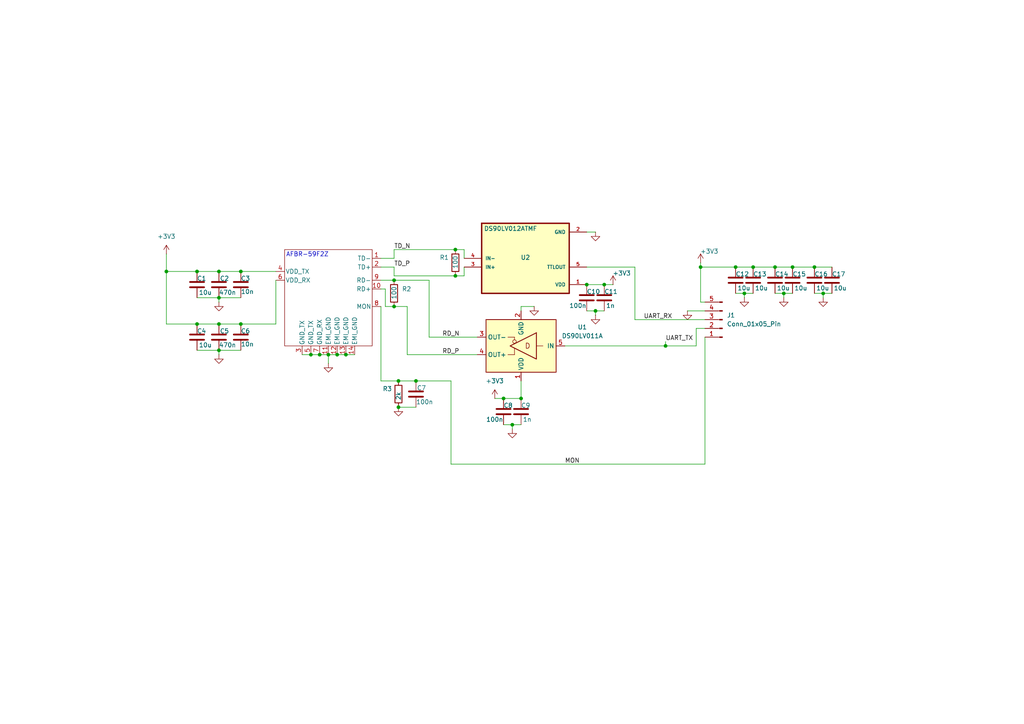
<source format=kicad_sch>
(kicad_sch (version 20250114) (generator "eeschema") (generator_version "9.0")
  (paper "A4")
  (title_block (title "Optical Transceiver") (date "2025-09-19") (rev "0"))
  (lib_symbols
    (symbol "0_lib:AFBR-59F2Z" (pin_names (offset 0.254))
      (symbol "AFBR-59F2Z_1_1"
        (rectangle (start -12.7 8.89) (end 12.7 -19.05))
        (pin input line (at -15.24 2.54 0) (length 2.54) (name "VDD_TX") (number "4"))
        (pin input line (at -15.24 0 0) (length 2.54) (name "VDD_RX") (number "6"))
        (pin input line (at -7.62 -21.59 90) (length 2.54) (name "GND_TX") (number "3"))
        (pin input line (at -5.08 -21.59 90) (length 2.54) (name "GND_TX") (number "5"))
        (pin input line (at -2.54 -21.59 90) (length 2.54) (name "GND_RX") (number "7"))
        (pin input line (at 0 -21.59 90) (length 2.54) (name "EMI_GND") (number "11"))
        (pin input line (at 2.54 -21.59 90) (length 2.54) (name "EMI_GND") (number "12"))
        (pin input line (at 5.08 -21.59 90) (length 2.54) (name "EMI_GND") (number "13"))
        (pin input line (at 7.62 -21.59 90) (length 2.54) (name "EMI_GND") (number "14"))
        (pin input line (at 15.24 6.35 180) (length 2.54) (name "TD-") (number "1"))
        (pin input line (at 15.24 3.81 180) (length 2.54) (name "TD+") (number "2"))
        (pin input line (at 15.24 0 180) (length 2.54) (name "RD-") (number "9"))
        (pin input line (at 15.24 -2.54 180) (length 2.54) (name "RD+") (number "10"))
        (pin input line (at 15.24 -7.62 180) (length 2.54) (name "MON") (number "8"))
      )
    )
    (symbol "0_lib:DS90LV012ATMF" (pin_names (offset 1.016))
      (property "Reference" "U" (at -12.7 11.16 0))
      (property "Value" "DS90LV012ATMF" (at -12.7 -14.16 0))
      (symbol "DS90LV012ATMF_0_0"
        (rectangle (start -12.7 -10.16) (end 12.7 10.16) (stroke (width 0.41)) (fill (type background)))
        (pin input line (at -17.78 2.54 0) (length 5.08) (name "IN+") (number "3"))
        (pin input line (at -17.78 0 0) (length 5.08) (name "IN-") (number "4"))
        (pin power_in line (at 17.78 7.62 180) (length 5.08) (name "VDD") (number "1"))
        (pin output line (at 17.78 2.54 180) (length 5.08) (name "TTLOUT") (number "5"))
        (pin power_in line (at 17.78 -7.62 180) (length 5.08) (name "GND") (number "2"))
      )
    )
    (symbol "Connector:Conn_01x05_Pin" (pin_names (offset 1.016) (hide yes))
      (property "Reference" "J" (at 0 7.62 0))
      (property "Value" "Conn_01x05_Pin" (at 0 -7.62 0))
      (symbol "Conn_01x05_Pin_1_1"
        (rectangle (start 0.8636 5.207) (end 0 4.953) (stroke (width 0.1524)) (fill (type outline)))
        (rectangle (start 0.8636 2.667) (end 0 2.413) (stroke (width 0.1524)) (fill (type outline)))
        (rectangle (start 0.8636 0.127) (end 0 -0.127) (stroke (width 0.1524)) (fill (type outline)))
        (rectangle (start 0.8636 -2.413) (end 0 -2.667) (stroke (width 0.1524)) (fill (type outline)))
        (rectangle (start 0.8636 -4.953) (end 0 -5.207) (stroke (width 0.1524)) (fill (type outline)))
        (polyline (pts (xy 1.27 5.08) (xy 0.8636 5.08)) (stroke (width 0.1524)))
        (polyline (pts (xy 1.27 2.54) (xy 0.8636 2.54)) (stroke (width 0.1524)))
        (polyline (pts (xy 1.27 0) (xy 0.8636 0)) (stroke (width 0.1524)))
        (polyline (pts (xy 1.27 -2.54) (xy 0.8636 -2.54)) (stroke (width 0.1524)))
        (polyline (pts (xy 1.27 -5.08) (xy 0.8636 -5.08)) (stroke (width 0.1524)))
        (pin passive line (at 5.08 5.08 180) (length 3.81) (name "Pin_1") (number "1"))
        (pin passive line (at 5.08 2.54 180) (length 3.81) (name "Pin_2") (number "2"))
        (pin passive line (at 5.08 0 180) (length 3.81) (name "Pin_3") (number "3"))
        (pin passive line (at 5.08 -2.54 180) (length 3.81) (name "Pin_4") (number "4"))
        (pin passive line (at 5.08 -5.08 180) (length 3.81) (name "Pin_5") (number "5"))
      )
    )
    (symbol "Device:C" (pin_numbers (hide yes)) (pin_names (offset 0.254))
      (property "Reference" "C" (at 0.635 2.54 0))
      (property "Value" "C" (at 0.635 -2.54 0))
      (symbol "C_0_1"
        (polyline (pts (xy -2.032 0.762) (xy 2.032 0.762)) (stroke (width 0.508)))
        (polyline (pts (xy -2.032 -0.762) (xy 2.032 -0.762)) (stroke (width 0.508)))
      )
      (symbol "C_1_1"
        (pin passive line (at 0 3.81 270) (length 2.794) (name "~") (number "1"))
        (pin passive line (at 0 -3.81 90) (length 2.794) (name "~") (number "2"))
      )
    )
    (symbol "Device:R" (pin_numbers (hide yes)) (pin_names (offset 0))
      (property "Reference" "R" (at 2.032 0 90))
      (property "Value" "R" (at 0 0 90))
      (symbol "R_0_1"
        (rectangle (start -1.016 -2.54) (end 1.016 2.54) (stroke (width 0.254)))
      )
      (symbol "R_1_1"
        (pin passive line (at 0 3.81 270) (length 1.27) (name "~") (number "1"))
        (pin passive line (at 0 -3.81 90) (length 1.27) (name "~") (number "2"))
      )
    )
    (symbol "Interface:DS90LV011A"
      (property "Reference" "U" (at -8.89 8.89 0))
      (property "Value" "DS90LV011A" (at 1.27 8.89 0))
      (symbol "DS90LV011A_1_0"
        (rectangle (start -10.16 7.62) (end 10.16 -7.62) (stroke (width 0.254)) (fill (type background)))
        (polyline (pts (xy 1.905 0.635) (xy 1.905 2.54)))
        (circle (center 1.905 -1.27) (radius 0.508))
        (polyline (pts (xy 1.905 -1.778) (xy 1.905 -2.54)))
        (text "D" (at -1.905 0 0) (effects (font (size 1.524 1.524))))
      )
      (symbol "DS90LV011A_1_1"
        (polyline (pts (xy -6.35 0) (xy -4.445 0)))
        (polyline (pts (xy -4.445 -3.81) (xy -4.445 3.81) (xy 3.175 0) (xy -4.445 -3.81)) (stroke (width 0.254)))
        (polyline (pts (xy 1.905 -2.54) (xy 3.81 -2.54)))
        (polyline (pts (xy 3.81 2.54) (xy 1.905 2.54)))
        (pin input line (at -12.7 0 0) (length 2.54) (name "IN") (number "5"))
        (pin power_in line (at 0 10.16 270) (length 2.54) (name "VDD") (number "1"))
        (pin power_in line (at 0 -10.16 90) (length 2.54) (name "GND") (number "2"))
        (pin output line (at 12.7 2.54 180) (length 2.54) (name "OUT+") (number "4"))
        (pin output line (at 12.7 -2.54 180) (length 2.54) (name "OUT-") (number "3"))
      )
    )
    (symbol "power:+3V3" (power) (pin_numbers (hide yes)) (pin_names (offset 0) (hide yes))
      (property "Value" "+3V3" (at 0 3.556 0))
      (symbol "+3V3_0_1"
        (polyline (pts (xy -0.762 1.27) (xy 0 2.54)))
        (polyline (pts (xy 0 2.54) (xy 0.762 1.27)))
        (polyline (pts (xy 0 0) (xy 0 2.54)))
      )
      (symbol "+3V3_1_1"
        (pin power_in line (at 0 0 90) (length 0) (name "~") (number "1"))
      )
    )
    (symbol "power:GND" (power) (pin_numbers (hide yes)) (pin_names (offset 0) (hide yes))
      (property "Value" "GND" (at 0 -3.81 0))
      (symbol "GND_0_1"
        (polyline (pts (xy 0 0) (xy 0 -1.27) (xy 1.27 -1.27) (xy 0 -2.54) (xy -1.27 -1.27) (xy 0 -1.27)))
      )
      (symbol "GND_1_1"
        (pin power_in line (at 0 0 270) (length 0) (name "~") (number "1"))
      )
    )
  )
  (text "AFBR-59F2Z" (at 89.154 73.914 0) (effects (font (size 1.27 1.27))))
  (junction (at 57.15 93.98))
  (junction (at 69.85 78.74))
  (junction (at 114.3 81.28))
  (junction (at 120.65 110.49))
  (junction (at 227.33 85.09))
  (junction (at 229.87 77.47))
  (junction (at 218.44 77.47))
  (junction (at 238.76 85.09))
  (junction (at 115.57 118.11))
  (junction (at 100.33 102.87))
  (junction (at 213.36 77.47))
  (junction (at 236.22 77.47))
  (junction (at 95.25 102.87))
  (junction (at 146.05 115.57))
  (junction (at 224.79 77.47))
  (junction (at 90.17 102.87))
  (junction (at 63.5 101.6))
  (junction (at 148.59 123.19))
  (junction (at 63.5 86.36))
  (junction (at 57.15 78.74))
  (junction (at 175.26 82.55))
  (junction (at 92.71 102.87))
  (junction (at 215.9 85.09))
  (junction (at 193.04 100.33))
  (junction (at 48.26 78.74))
  (junction (at 69.85 93.98))
  (junction (at 132.08 80.01))
  (junction (at 63.5 78.74))
  (junction (at 151.13 115.57))
  (junction (at 63.5 93.98))
  (junction (at 115.57 110.49))
  (junction (at 172.72 90.17))
  (junction (at 203.2 77.47))
  (junction (at 114.3 88.9))
  (junction (at 132.08 72.39))
  (junction (at 170.18 82.55))
  (junction (at 97.79 102.87))
  (wire (pts (xy 69.85 78.74) (xy 80.01 78.74)))
  (wire (pts (xy 203.2 87.63) (xy 203.2 77.47)))
  (wire (pts (xy 63.5 93.98) (xy 69.85 93.98)))
  (wire (pts (xy 120.65 110.49) (xy 130.81 110.49)))
  (wire (pts (xy 201.93 95.25) (xy 204.47 95.25)))
  (wire (pts (xy 163.83 100.33) (xy 193.04 100.33)))
  (wire (pts (xy 110.49 74.93) (xy 114.3 74.93)))
  (wire (pts (xy 148.59 123.19) (xy 148.59 124.46)))
  (wire (pts (xy 134.62 77.47) (xy 134.62 80.01)))
  (wire (pts (xy 238.76 85.09) (xy 241.3 85.09)))
  (wire (pts (xy 148.59 123.19) (xy 151.13 123.19)))
  (wire (pts (xy 201.93 100.33) (xy 201.93 95.25)))
  (wire (pts (xy 184.15 92.71) (xy 204.47 92.71)))
  (wire (pts (xy 170.18 77.47) (xy 184.15 77.47)))
  (wire (pts (xy 146.05 123.19) (xy 148.59 123.19)))
  (wire (pts (xy 215.9 85.09) (xy 215.9 86.36)))
  (wire (pts (xy 111.76 88.9) (xy 114.3 88.9)))
  (wire (pts (xy 114.3 74.93) (xy 114.3 72.39)))
  (wire (pts (xy 92.71 102.87) (xy 95.25 102.87)))
  (wire (pts (xy 90.17 102.87) (xy 92.71 102.87)))
  (wire (pts (xy 132.08 80.01) (xy 134.62 80.01)))
  (wire (pts (xy 215.9 85.09) (xy 218.44 85.09)))
  (wire (pts (xy 124.46 97.79) (xy 124.46 81.28)))
  (wire (pts (xy 110.49 77.47) (xy 114.3 77.47)))
  (wire (pts (xy 241.3 77.47) (xy 236.22 77.47)))
  (wire (pts (xy 69.85 93.98) (xy 80.01 93.98)))
  (wire (pts (xy 151.13 90.17) (xy 151.13 88.9)))
  (wire (pts (xy 138.43 97.79) (xy 124.46 97.79)))
  (wire (pts (xy 57.15 86.36) (xy 63.5 86.36)))
  (wire (pts (xy 134.62 74.93) (xy 134.62 72.39)))
  (wire (pts (xy 87.63 102.87) (xy 90.17 102.87)))
  (wire (pts (xy 203.2 77.47) (xy 213.36 77.47)))
  (wire (pts (xy 48.26 78.74) (xy 57.15 78.74)))
  (wire (pts (xy 118.11 102.87) (xy 118.11 88.9)))
  (wire (pts (xy 199.39 90.17) (xy 204.47 90.17)))
  (wire (pts (xy 114.3 81.28) (xy 124.46 81.28)))
  (wire (pts (xy 151.13 115.57) (xy 146.05 115.57)))
  (wire (pts (xy 115.57 110.49) (xy 120.65 110.49)))
  (wire (pts (xy 110.49 110.49) (xy 115.57 110.49)))
  (wire (pts (xy 193.04 99.06) (xy 193.04 100.33)))
  (wire (pts (xy 170.18 82.55) (xy 175.26 82.55)))
  (wire (pts (xy 114.3 72.39) (xy 132.08 72.39)))
  (wire (pts (xy 146.05 115.57) (xy 143.51 115.57)))
  (wire (pts (xy 114.3 88.9) (xy 118.11 88.9)))
  (wire (pts (xy 224.79 85.09) (xy 227.33 85.09)))
  (wire (pts (xy 172.72 90.17) (xy 175.26 90.17)))
  (wire (pts (xy 63.5 78.74) (xy 69.85 78.74)))
  (wire (pts (xy 48.26 73.66) (xy 48.26 78.74)))
  (wire (pts (xy 227.33 85.09) (xy 229.87 85.09)))
  (wire (pts (xy 130.81 110.49) (xy 130.81 134.62)))
  (wire (pts (xy 218.44 77.47) (xy 224.79 77.47)))
  (wire (pts (xy 63.5 86.36) (xy 63.5 87.63)))
  (wire (pts (xy 229.87 77.47) (xy 236.22 77.47)))
  (wire (pts (xy 95.25 102.87) (xy 97.79 102.87)))
  (wire (pts (xy 57.15 93.98) (xy 48.26 93.98)))
  (wire (pts (xy 203.2 77.47) (xy 203.2 76.2)))
  (wire (pts (xy 97.79 102.87) (xy 100.33 102.87)))
  (wire (pts (xy 184.15 77.47) (xy 184.15 92.71)))
  (wire (pts (xy 80.01 81.28) (xy 80.01 93.98)))
  (wire (pts (xy 204.47 134.62) (xy 204.47 97.79)))
  (wire (pts (xy 236.22 85.09) (xy 238.76 85.09)))
  (wire (pts (xy 100.33 102.87) (xy 102.87 102.87)))
  (wire (pts (xy 130.81 134.62) (xy 204.47 134.62)))
  (wire (pts (xy 63.5 101.6) (xy 63.5 102.87)))
  (wire (pts (xy 151.13 110.49) (xy 151.13 115.57)))
  (wire (pts (xy 170.18 90.17) (xy 172.72 90.17)))
  (wire (pts (xy 134.62 72.39) (xy 132.08 72.39)))
  (wire (pts (xy 170.18 67.31) (xy 172.72 67.31)))
  (wire (pts (xy 213.36 77.47) (xy 218.44 77.47)))
  (wire (pts (xy 213.36 85.09) (xy 215.9 85.09)))
  (wire (pts (xy 110.49 81.28) (xy 114.3 81.28)))
  (wire (pts (xy 204.47 87.63) (xy 203.2 87.63)))
  (wire (pts (xy 193.04 100.33) (xy 201.93 100.33)))
  (wire (pts (xy 115.57 118.11) (xy 120.65 118.11)))
  (wire (pts (xy 175.26 82.55) (xy 177.8 82.55)))
  (wire (pts (xy 114.3 77.47) (xy 114.3 80.01)))
  (wire (pts (xy 63.5 86.36) (xy 69.85 86.36)))
  (wire (pts (xy 95.25 102.87) (xy 95.25 105.41)))
  (wire (pts (xy 57.15 93.98) (xy 63.5 93.98)))
  (wire (pts (xy 110.49 88.9) (xy 110.49 110.49)))
  (wire (pts (xy 63.5 101.6) (xy 69.85 101.6)))
  (wire (pts (xy 238.76 85.09) (xy 238.76 86.36)))
  (wire (pts (xy 138.43 102.87) (xy 118.11 102.87)))
  (wire (pts (xy 57.15 78.74) (xy 63.5 78.74)))
  (wire (pts (xy 172.72 90.17) (xy 172.72 91.44)))
  (wire (pts (xy 227.33 85.09) (xy 227.33 86.36)))
  (wire (pts (xy 48.26 93.98) (xy 48.26 78.74)))
  (wire (pts (xy 114.3 80.01) (xy 132.08 80.01)))
  (wire (pts (xy 110.49 83.82) (xy 111.76 83.82)))
  (wire (pts (xy 151.13 88.9) (xy 154.94 88.9)))
  (wire (pts (xy 57.15 101.6) (xy 63.5 101.6)))
  (wire (pts (xy 111.76 83.82) (xy 111.76 88.9)))
  (wire (pts (xy 224.79 77.47) (xy 229.87 77.47)))
  (label "MON" (at 163.83 134.62 0))
  (label "TD_N" (at 114.3 72.39 0))
  (label "RD_P" (at 128.27 102.87 0))
  (label "TD_P" (at 114.3 77.47 0))
  (label "UART_RX" (at 186.69 92.71 0))
  (label "UART_TX" (at 193.04 99.06 0))
  (label "RD_N" (at 128.27 97.79 0))
  (symbol (lib_id "Device:R") (at 114.3 85.09 0) (unit 1)
    (property "Reference" "R2" (at 116.586 83.82 0) (effects (justify left)))
    (property "Value" "100" (at 114.3 86.868 90) (effects (justify left)))
    (property "Footprint" "Resistor_SMD:R_0603_1608Metric" (effects (hide yes)))
    (property "Description" "Resistor" (effects (hide yes)))
  )
  (symbol (lib_id "power:GND") (at 95.25 105.41 0) (unit 1)
    (property "Reference" "#PWR01" (effects (hide yes)))
    (property "Value" "GND" (effects (hide yes)))
    (property "Description" "Power symbol creates a global label with name \"GND\" , ground" (effects (hide yes)))
  )
  (symbol (lib_id "Device:C") (at 175.26 86.36 0) (unit 1)
    (property "Reference" "C11" (at 175.26 84.582 0) (effects (justify left)))
    (property "Value" "1n" (at 175.768 88.646 0) (effects (justify left)))
    (property "Footprint" "Capacitor_SMD:C_0603_1608Metric" (effects (hide yes)))
    (property "Description" "Unpolarized capacitor" (effects (hide yes)))
  )
  (symbol (lib_id "Device:C") (at 57.15 97.79 0) (unit 1)
    (property "Reference" "C4" (at 57.15 96.012 0) (effects (justify left)))
    (property "Value" "10u" (at 57.658 100.076 0) (effects (justify left)))
    (property "Footprint" "Capacitor_SMD:C_0603_1608Metric" (effects (hide yes)))
    (property "Description" "Unpolarized capacitor" (effects (hide yes)))
  )
  (symbol (lib_id "Device:C") (at 151.13 119.38 0) (unit 1)
    (property "Reference" "C9" (at 151.13 117.602 0) (effects (justify left)))
    (property "Value" "1n" (at 151.638 121.666 0) (effects (justify left)))
    (property "Footprint" "Capacitor_SMD:C_0603_1608Metric" (effects (hide yes)))
    (property "Description" "Unpolarized capacitor" (effects (hide yes)))
  )
  (symbol (lib_id "power:GND") (at 115.57 118.11 0) (unit 1)
    (property "Reference" "#PWR09" (effects (hide yes)))
    (property "Value" "GND" (effects (hide yes)))
    (property "Description" "Power symbol creates a global label with name \"GND\" , ground" (effects (hide yes)))
  )
  (symbol (lib_id "Interface:DS90LV011A") (at 151.13 100.33 180) (unit 1)
    (property "Reference" "U1" (at 168.91 94.8846 0))
    (property "Value" "DS90LV011A" (at 168.91 97.4246 0))
    (property "Footprint" "Package_TO_SOT_SMD:SOT-23-5" (effects (hide yes)))
    (property "Datasheet" "http://www.ti.com/lit/ds/symlink/ds90lv011a.pdf" (effects (hide yes)))
    (property "Description" "LVDS Single High Speed Differential Driver, 400Mbps, SOT-23-5" (effects (hide yes)))
  )
  (symbol (lib_id "power:GND") (at 227.33 86.36 0) (unit 1)
    (property "Reference" "#PWR015" (effects (hide yes)))
    (property "Value" "GND" (effects (hide yes)))
    (property "Description" "Power symbol creates a global label with name \"GND\" , ground" (effects (hide yes)))
  )
  (symbol (lib_id "Device:C") (at 69.85 97.79 0) (unit 1)
    (property "Reference" "C6" (at 69.85 96.012 0) (effects (justify left)))
    (property "Value" "10n" (at 69.85 99.822 0) (effects (justify left)))
    (property "Footprint" "Capacitor_SMD:C_0603_1608Metric" (effects (hide yes)))
    (property "Description" "Unpolarized capacitor" (effects (hide yes)))
  )
  (symbol (lib_id "power:+3V3") (at 48.26 73.66 0) (unit 1)
    (property "Reference" "#PWR02" (effects (hide yes)))
    (property "Value" "+3V3" (at 48.26 68.58 0))
    (property "Description" "Power symbol creates a global label with name \"+3V3\"" (effects (hide yes)))
  )
  (symbol (lib_id "power:GND") (at 172.72 67.31 0) (unit 1)
    (property "Reference" "#PWR06" (effects (hide yes)))
    (property "Value" "GND" (effects (hide yes)))
    (property "Description" "Power symbol creates a global label with name \"GND\" , ground" (effects (hide yes)))
  )
  (symbol (lib_id "power:GND") (at 215.9 86.36 0) (unit 1)
    (property "Reference" "#PWR014" (effects (hide yes)))
    (property "Value" "GND" (effects (hide yes)))
    (property "Description" "Power symbol creates a global label with name \"GND\" , ground" (effects (hide yes)))
  )
  (symbol (lib_id "Connector:Conn_01x05_Pin") (at 209.55 92.71 180) (unit 1)
    (property "Reference" "J1" (at 210.82 91.4399 0) (effects (justify right)))
    (property "Value" "Conn_01x05_Pin" (at 210.82 93.9799 0) (effects (justify right)))
    (property "Footprint" "Connector_PinHeader_2.54mm:PinHeader_1x05_P2.54mm_Vertical" (effects (hide yes)))
    (property "Description" "Generic connector, single row, 01x05, script generated" (effects (hide yes)))
  )
  (symbol (lib_id "power:GND") (at 238.76 86.36 0) (unit 1)
    (property "Reference" "#PWR016" (effects (hide yes)))
    (property "Value" "GND" (effects (hide yes)))
    (property "Description" "Power symbol creates a global label with name \"GND\" , ground" (effects (hide yes)))
  )
  (symbol (lib_id "Device:C") (at 120.65 114.3 0) (unit 1)
    (property "Reference" "C7" (at 120.904 112.522 0) (effects (justify left)))
    (property "Value" "100n" (at 120.65 116.586 0) (effects (justify left)))
    (property "Footprint" "Capacitor_SMD:C_0603_1608Metric" (effects (hide yes)))
    (property "Description" "Unpolarized capacitor" (effects (hide yes)))
  )
  (symbol (lib_id "power:GND") (at 63.5 87.63 0) (unit 1)
    (property "Reference" "#PWR07" (effects (hide yes)))
    (property "Value" "GND" (effects (hide yes)))
    (property "Description" "Power symbol creates a global label with name \"GND\" , ground" (effects (hide yes)))
  )
  (symbol (lib_id "Device:C") (at 218.44 81.28 0) (unit 1)
    (property "Reference" "C13" (at 218.44 79.502 0) (effects (justify left)))
    (property "Value" "10u" (at 218.948 83.566 0) (effects (justify left)))
    (property "Footprint" "Capacitor_SMD:C_0603_1608Metric" (effects (hide yes)))
    (property "Description" "Unpolarized capacitor" (effects (hide yes)))
  )
  (symbol (lib_id "power:GND") (at 63.5 102.87 0) (unit 1)
    (property "Reference" "#PWR08" (effects (hide yes)))
    (property "Value" "GND" (effects (hide yes)))
    (property "Description" "Power symbol creates a global label with name \"GND\" , ground" (effects (hide yes)))
  )
  (symbol (lib_id "Device:C") (at 146.05 119.38 0) (unit 1)
    (property "Reference" "C8" (at 146.05 117.602 0) (effects (justify left)))
    (property "Value" "100n" (at 140.97 121.666 0) (effects (justify left)))
    (property "Footprint" "Capacitor_SMD:C_0603_1608Metric" (effects (hide yes)))
    (property "Description" "Unpolarized capacitor" (effects (hide yes)))
  )
  (symbol (lib_id "Device:C") (at 213.36 81.28 0) (unit 1)
    (property "Reference" "C12" (at 213.36 79.502 0) (effects (justify left)))
    (property "Value" "10u" (at 213.868 83.566 0) (effects (justify left)))
    (property "Footprint" "Capacitor_SMD:C_0603_1608Metric" (effects (hide yes)))
    (property "Description" "Unpolarized capacitor" (effects (hide yes)))
  )
  (symbol (lib_id "Device:C") (at 229.87 81.28 0) (unit 1)
    (property "Reference" "C15" (at 229.87 79.502 0) (effects (justify left)))
    (property "Value" "10u" (at 230.378 83.566 0) (effects (justify left)))
    (property "Footprint" "Capacitor_SMD:C_0603_1608Metric" (effects (hide yes)))
    (property "Description" "Unpolarized capacitor" (effects (hide yes)))
  )
  (symbol (lib_id "power:GND") (at 172.72 91.44 0) (unit 1)
    (property "Reference" "#PWR013" (effects (hide yes)))
    (property "Value" "GND" (effects (hide yes)))
    (property "Description" "Power symbol creates a global label with name \"GND\" , ground" (effects (hide yes)))
  )
  (symbol (lib_id "Device:C") (at 63.5 97.79 0) (unit 1)
    (property "Reference" "C5" (at 63.754 96.012 0) (effects (justify left)))
    (property "Value" "470n" (at 63.5 100.076 0) (effects (justify left)))
    (property "Footprint" "Capacitor_SMD:C_0603_1608Metric" (effects (hide yes)))
    (property "Description" "Unpolarized capacitor" (effects (hide yes)))
  )
  (symbol (lib_id "Device:C") (at 241.3 81.28 0) (unit 1)
    (property "Reference" "C17" (at 241.3 79.502 0) (effects (justify left)))
    (property "Value" "10u" (at 241.808 83.566 0) (effects (justify left)))
    (property "Footprint" "Capacitor_SMD:C_0603_1608Metric" (effects (hide yes)))
    (property "Description" "Unpolarized capacitor" (effects (hide yes)))
  )
  (symbol (lib_id "Device:C") (at 170.18 86.36 0) (unit 1)
    (property "Reference" "C10" (at 170.18 84.582 0) (effects (justify left)))
    (property "Value" "100n" (at 165.1 88.646 0) (effects (justify left)))
    (property "Footprint" "Capacitor_SMD:C_0603_1608Metric" (effects (hide yes)))
    (property "Description" "Unpolarized capacitor" (effects (hide yes)))
  )
  (symbol (lib_id "Device:R") (at 115.57 114.3 0) (unit 1)
    (property "Reference" "R3" (at 110.998 112.776 0) (effects (justify left)))
    (property "Value" "2k" (at 115.57 116.078 90) (effects (justify left)))
    (property "Footprint" "Resistor_SMD:R_0603_1608Metric" (effects (hide yes)))
    (property "Description" "Resistor" (effects (hide yes)))
  )
  (symbol (lib_id "power:GND") (at 154.94 88.9 0) (unit 1)
    (property "Reference" "#PWR05" (effects (hide yes)))
    (property "Value" "GND" (effects (hide yes)))
    (property "Description" "Power symbol creates a global label with name \"GND\" , ground" (effects (hide yes)))
  )
  (symbol (lib_id "Device:C") (at 69.85 82.55 0) (unit 1)
    (property "Reference" "C3" (at 69.85 80.772 0) (effects (justify left)))
    (property "Value" "10n" (at 69.85 84.582 0) (effects (justify left)))
    (property "Footprint" "Capacitor_SMD:C_0603_1608Metric" (effects (hide yes)))
    (property "Description" "Unpolarized capacitor" (effects (hide yes)))
  )
  (symbol (lib_id "Device:C") (at 63.5 82.55 0) (unit 1)
    (property "Reference" "C2" (at 63.754 80.772 0) (effects (justify left)))
    (property "Value" "470n" (at 63.5 84.836 0) (effects (justify left)))
    (property "Footprint" "Capacitor_SMD:C_0603_1608Metric" (effects (hide yes)))
    (property "Description" "Unpolarized capacitor" (effects (hide yes)))
  )
  (symbol (lib_id "power:GND") (at 148.59 124.46 0) (unit 1)
    (property "Reference" "#PWR012" (effects (hide yes)))
    (property "Value" "GND" (effects (hide yes)))
    (property "Description" "Power symbol creates a global label with name \"GND\" , ground" (effects (hide yes)))
  )
  (symbol (lib_id "Device:C") (at 57.15 82.55 0) (unit 1)
    (property "Reference" "C1" (at 57.15 80.772 0) (effects (justify left)))
    (property "Value" "10u" (at 57.658 84.836 0) (effects (justify left)))
    (property "Footprint" "Capacitor_SMD:C_0603_1608Metric" (effects (hide yes)))
    (property "Description" "Unpolarized capacitor" (effects (hide yes)))
  )
  (symbol (lib_id "Device:C") (at 236.22 81.28 0) (unit 1)
    (property "Reference" "C16" (at 236.22 79.502 0) (effects (justify left)))
    (property "Value" "10u" (at 236.728 83.566 0) (effects (justify left)))
    (property "Footprint" "Capacitor_SMD:C_0603_1608Metric" (effects (hide yes)))
    (property "Description" "Unpolarized capacitor" (effects (hide yes)))
  )
  (symbol (lib_id "power:+3V3") (at 177.8 82.55 0) (unit 1)
    (property "Reference" "#PWR03" (effects (hide yes)))
    (property "Value" "+3V3" (at 180.34 79.248 0))
    (property "Description" "Power symbol creates a global label with name \"+3V3\"" (effects (hide yes)))
  )
  (symbol (lib_id "0_lib:DS90LV012ATMF") (at 152.4 74.93 0) (mirror x) (unit 1)
    (property "Reference" "U2" (at 152.4 74.676 0))
    (property "Value" "DS90LV012ATMF" (at 148.082 66.294 0))
    (property "Footprint" "Package_TO_SOT_SMD:SOT-23-5" (effects (hide yes)))
    (property "MF" "Texas Instruments" (effects (hide yes)))
    (property "Description_1" "400-Mbps LVDS single high-speed differential receiver 5-SOT-23 -40 to 85" (effects (hide yes)))
    (property "Package" "SOT-23-5 Texas Instruments" (effects (hide yes)))
    (property "Price" "None" (effects (hide yes)))
    (property "SnapEDA_Link" "https://www.snapeda.com/parts/DS90LV012ATMF/Texas+Instruments/view-part/?ref=snap" (effects (hide yes)))
    (property "MP" "DS90LV012ATMF" (effects (hide yes)))
    (property "Availability" "In Stock" (effects (hide yes)))
    (property "Check_prices" "https://www.snapeda.com/parts/DS90LV012ATMF/Texas+Instruments/view-part/?ref=eda" (effects (hide yes)))
  )
  (symbol (lib_id "power:GND") (at 199.39 90.17 0) (unit 1)
    (property "Reference" "#PWR011" (effects (hide yes)))
    (property "Value" "GND" (effects (hide yes)))
    (property "Description" "Power symbol creates a global label with name \"GND\" , ground" (effects (hide yes)))
  )
  (symbol (lib_id "Device:R") (at 132.08 76.2 0) (unit 1)
    (property "Reference" "R1" (at 127.508 74.676 0) (effects (justify left)))
    (property "Value" "100" (at 132.08 77.978 90) (effects (justify left)))
    (property "Footprint" "Resistor_SMD:R_0603_1608Metric" (effects (hide yes)))
    (property "Description" "Resistor" (effects (hide yes)))
  )
  (symbol (lib_id "0_lib:AFBR-59F2Z") (at 95.25 81.28 0) (unit 1)
    (property "Reference" "Conn1" (effects (hide yes)))
    (property "Value" "AFBR-59F2Z" (effects (hide yes)))
    (property "Footprint" "0_lib:AFBR-5803ZTZ_AVA" (effects (hide yes)))
    (property "Datasheet" "AFBR-59F2Z" (effects (hide yes)))
  )
  (symbol (lib_id "Device:C") (at 224.79 81.28 0) (unit 1)
    (property "Reference" "C14" (at 224.79 79.502 0) (effects (justify left)))
    (property "Value" "10u" (at 225.298 83.566 0) (effects (justify left)))
    (property "Footprint" "Capacitor_SMD:C_0603_1608Metric" (effects (hide yes)))
    (property "Description" "Unpolarized capacitor" (effects (hide yes)))
  )
  (symbol (lib_id "power:+3V3") (at 143.51 115.57 0) (unit 1)
    (property "Reference" "#PWR04" (effects (hide yes)))
    (property "Value" "+3V3" (at 143.51 110.49 0))
    (property "Description" "Power symbol creates a global label with name \"+3V3\"" (effects (hide yes)))
  )
  (symbol (lib_id "power:+3V3") (at 203.2 76.2 0) (unit 1)
    (property "Reference" "#PWR010" (effects (hide yes)))
    (property "Value" "+3V3" (at 205.74 72.898 0))
    (property "Description" "Power symbol creates a global label with name \"+3V3\"" (effects (hide yes)))
  )
)
</source>
